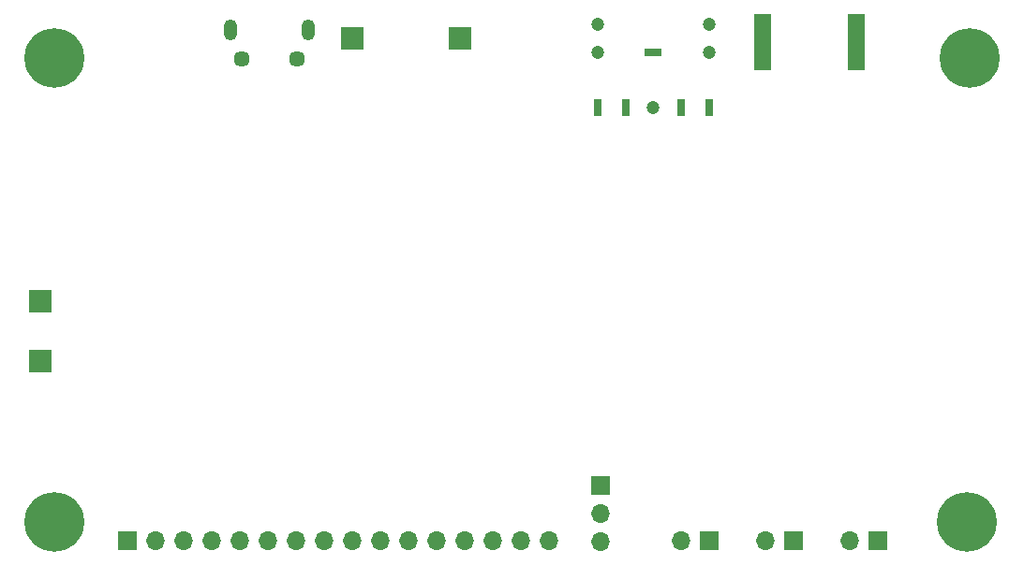
<source format=gbs>
G04 #@! TF.GenerationSoftware,KiCad,Pcbnew,(5.0.0)*
G04 #@! TF.CreationDate,2019-01-26T18:48:23+01:00*
G04 #@! TF.ProjectId,rf-receiver,72662D72656365697665722E6B696361,rev?*
G04 #@! TF.SameCoordinates,Original*
G04 #@! TF.FileFunction,Soldermask,Bot*
G04 #@! TF.FilePolarity,Negative*
%FSLAX46Y46*%
G04 Gerber Fmt 4.6, Leading zero omitted, Abs format (unit mm)*
G04 Created by KiCad (PCBNEW (5.0.0)) date 01/26/19 18:48:23*
%MOMM*%
%LPD*%
G01*
G04 APERTURE LIST*
%ADD10R,1.500000X0.800000*%
%ADD11C,1.200000*%
%ADD12R,0.800000X1.500000*%
%ADD13C,1.450000*%
%ADD14O,1.200000X1.900000*%
%ADD15C,5.400000*%
%ADD16R,1.500000X5.080000*%
%ADD17R,2.000000X2.000000*%
%ADD18R,1.700000X1.700000*%
%ADD19O,1.700000X1.700000*%
G04 APERTURE END LIST*
D10*
G04 #@! TO.C,J1*
X125400000Y-66500000D03*
D11*
X130400000Y-64000000D03*
X130400000Y-66500000D03*
X120400000Y-64000000D03*
X120400000Y-66500000D03*
X125400000Y-71500000D03*
D12*
X127900000Y-71500000D03*
X122900000Y-71500000D03*
X130400000Y-71500000D03*
X120400000Y-71500000D03*
G04 #@! TD*
D13*
G04 #@! TO.C,J3*
X93200000Y-67150000D03*
X88200000Y-67150000D03*
D14*
X94200000Y-64450000D03*
X87200000Y-64450000D03*
G04 #@! TD*
D15*
G04 #@! TO.C,MH2*
X154000000Y-67000000D03*
G04 #@! TD*
G04 #@! TO.C,MH4*
X71250000Y-109000000D03*
G04 #@! TD*
G04 #@! TO.C,MH3*
X153750000Y-109000000D03*
G04 #@! TD*
G04 #@! TO.C,MH1*
X71250000Y-67000000D03*
G04 #@! TD*
D16*
G04 #@! TO.C,J2*
X143750000Y-65550000D03*
X135250000Y-65550000D03*
G04 #@! TD*
D17*
G04 #@! TO.C,PSU-1*
X107950000Y-65250000D03*
G04 #@! TD*
G04 #@! TO.C,PSU+1*
X98200000Y-65250000D03*
G04 #@! TD*
D18*
G04 #@! TO.C,U2*
X77850000Y-110750000D03*
D19*
X80390000Y-110750000D03*
X82930000Y-110750000D03*
X85470000Y-110750000D03*
X88010000Y-110750000D03*
X90550000Y-110750000D03*
X93090000Y-110750000D03*
X95630000Y-110750000D03*
X98170000Y-110750000D03*
X100710000Y-110750000D03*
X103250000Y-110750000D03*
X105790000Y-110750000D03*
X108330000Y-110750000D03*
X110870000Y-110750000D03*
X113410000Y-110750000D03*
X115950000Y-110750000D03*
G04 #@! TD*
D18*
G04 #@! TO.C,SW2*
X145700000Y-110700000D03*
D19*
X143160000Y-110700000D03*
G04 #@! TD*
G04 #@! TO.C,SW3*
X135510000Y-110700000D03*
D18*
X138050000Y-110700000D03*
G04 #@! TD*
G04 #@! TO.C,SW1*
X130400000Y-110700000D03*
D19*
X127860000Y-110700000D03*
G04 #@! TD*
D18*
G04 #@! TO.C,P1*
X120600000Y-105750000D03*
D19*
X120600000Y-108290000D03*
X120600000Y-110830000D03*
G04 #@! TD*
D17*
G04 #@! TO.C,RX*
X70000000Y-94500000D03*
G04 #@! TD*
G04 #@! TO.C,TX*
X70000000Y-89000000D03*
G04 #@! TD*
M02*

</source>
